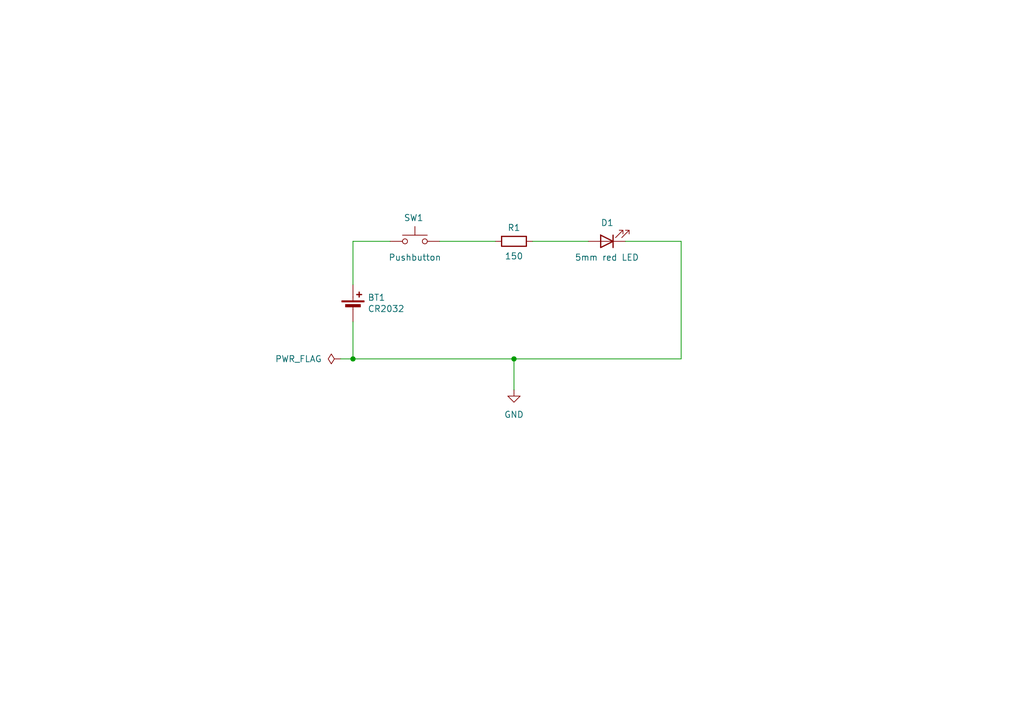
<source format=kicad_sch>
(kicad_sch (version 20231120) (generator "eeschema") (generator_version "8.0")
  (paper "A5")
  (title_block (title "Reaktor51 LED") (date "2024-04-26") (rev "1") (comment 1 "Designer: Inge Aune Paulsen"))
  (lib_symbols
    (symbol "Device:Battery_Cell" (pin_numbers hide) (pin_names (offset 0) hide)
      (property "Reference" "BT" (at 2.54 2.54 0))
      (property "Value" "Battery_Cell" (at 2.54 0 0))
      (symbol "Battery_Cell_0_1"
        (rectangle (start -2.286 1.778) (end 2.286 1.524) (fill (type outline)))
        (rectangle (start -1.524 1.016) (end 1.524 0.508) (fill (type outline)))
        (polyline (pts (xy 0 0.762) (xy 0 0)))
        (polyline (pts (xy 0 1.778) (xy 0 2.54)))
        (polyline (pts (xy 0.762 3.048) (xy 1.778 3.048)) (stroke (width 0.254)))
        (polyline (pts (xy 1.27 3.556) (xy 1.27 2.54)) (stroke (width 0.254)))
      )
      (symbol "Battery_Cell_1_1"
        (pin passive line (at 0 5.08 270) (length 2.54) (name "+") (number "1"))
        (pin passive line (at 0 -2.54 90) (length 2.54) (name "-") (number "2"))
      )
    )
    (symbol "Device:LED" (pin_numbers hide) (pin_names (offset 1.016) hide)
      (property "Reference" "D" (at 0 2.54 0))
      (property "Value" "LED" (at 0 -2.54 0))
      (symbol "LED_0_1"
        (polyline (pts (xy -1.27 -1.27) (xy -1.27 1.27)) (stroke (width 0.254)))
        (polyline (pts (xy -1.27 0) (xy 1.27 0)))
        (polyline (pts (xy 1.27 -1.27) (xy 1.27 1.27) (xy -1.27 0) (xy 1.27 -1.27)) (stroke (width 0.254)))
        (polyline (pts (xy -3.048 -0.762) (xy -4.572 -2.286) (xy -3.81 -2.286) (xy -4.572 -2.286) (xy -4.572 -1.524)))
        (polyline (pts (xy -1.778 -0.762) (xy -3.302 -2.286) (xy -2.54 -2.286) (xy -3.302 -2.286) (xy -3.302 -1.524)))
      )
      (symbol "LED_1_1"
        (pin passive line (at -3.81 0 0) (length 2.54) (name "K") (number "1"))
        (pin passive line (at 3.81 0 180) (length 2.54) (name "A") (number "2"))
      )
    )
    (symbol "Device:R" (pin_numbers hide) (pin_names (offset 0))
      (property "Reference" "R" (at 2.032 0 90))
      (property "Value" "R" (at 0 0 90))
      (symbol "R_0_1"
        (rectangle (start -1.016 -2.54) (end 1.016 2.54) (stroke (width 0.254)))
      )
      (symbol "R_1_1"
        (pin passive line (at 0 3.81 270) (length 1.27) (name "~") (number "1"))
        (pin passive line (at 0 -3.81 90) (length 1.27) (name "~") (number "2"))
      )
    )
    (symbol "Switch:SW_Push" (pin_numbers hide) (pin_names (offset 1.016) hide)
      (property "Reference" "SW" (at 1.27 2.54 0))
      (property "Value" "SW_Push" (at 0 -1.524 0))
      (symbol "SW_Push_0_1"
        (circle (center -2.032 0) (radius 0.508))
        (polyline (pts (xy 0 1.27) (xy 0 3.048)))
        (polyline (pts (xy 2.54 1.27) (xy -2.54 1.27)))
        (circle (center 2.032 0) (radius 0.508))
        (pin passive line (at -5.08 0 0) (length 2.54) (name "1") (number "1"))
        (pin passive line (at 5.08 0 180) (length 2.54) (name "2") (number "2"))
      )
    )
    (symbol "power:GND" (power) (pin_numbers hide) (pin_names (offset 0) hide)
      (property "Value" "GND" (at 0 -3.81 0))
      (symbol "GND_0_1"
        (polyline (pts (xy 0 0) (xy 0 -1.27) (xy 1.27 -1.27) (xy 0 -2.54) (xy -1.27 -1.27) (xy 0 -1.27)))
      )
      (symbol "GND_1_1"
        (pin power_in line (at 0 0 270) (length 0) (name "~") (number "1"))
      )
    )
    (symbol "power:PWR_FLAG" (power) (pin_numbers hide) (pin_names (offset 0) hide)
      (property "Value" "PWR_FLAG" (at 0 3.81 0))
      (symbol "PWR_FLAG_0_0"
        (pin power_out line (at 0 0 90) (length 0) (name "~") (number "1"))
      )
      (symbol "PWR_FLAG_0_1"
        (polyline (pts (xy 0 0) (xy 0 1.27) (xy -1.016 1.905) (xy 0 2.54) (xy 1.016 1.905) (xy 0 1.27)))
      )
    )
  )
  (junction (at 72.39 73.66))
  (junction (at 105.41 73.66))
  (wire (pts (xy 105.41 73.66) (xy 139.7 73.66)))
  (wire (pts (xy 72.39 49.53) (xy 80.01 49.53)))
  (wire (pts (xy 72.39 73.66) (xy 105.41 73.66)))
  (wire (pts (xy 128.27 49.53) (xy 139.7 49.53)))
  (wire (pts (xy 109.22 49.53) (xy 120.65 49.53)))
  (wire (pts (xy 90.17 49.53) (xy 101.6 49.53)))
  (wire (pts (xy 105.41 80.01) (xy 105.41 73.66)))
  (wire (pts (xy 72.39 58.42) (xy 72.39 49.53)))
  (wire (pts (xy 72.39 66.04) (xy 72.39 73.66)))
  (wire (pts (xy 69.85 73.66) (xy 72.39 73.66)))
  (wire (pts (xy 139.7 49.53) (xy 139.7 73.66)))
  (symbol (lib_id "Switch:SW_Push") (at 85.09 49.53 0) (unit 1)
    (property "Reference" "SW1" (at 84.836 44.704 0))
    (property "Value" "Pushbutton" (at 85.09 52.832 0))
    (property "Footprint" "Button_Switch_THT:SW_PUSH_6mm" (effects (hide yes)))
    (property "Description" "Push button switch, generic, two pins" (effects (hide yes)))
  )
  (symbol (lib_id "power:GND") (at 105.41 80.01 0) (unit 1)
    (property "Reference" "#PWR02" (effects (hide yes)))
    (property "Value" "GND" (at 105.41 85.09 0))
    (property "Description" "Power symbol creates a global label with name \"GND\" , ground" (effects (hide yes)))
  )
  (symbol (lib_id "power:PWR_FLAG") (at 69.85 73.66 90) (unit 1)
    (property "Reference" "#FLG01" (effects (hide yes)))
    (property "Value" "PWR_FLAG" (at 66.04 73.6599 90) (effects (justify left)))
    (property "Description" "Special symbol for telling ERC where power comes from" (effects (hide yes)))
  )
  (symbol (lib_id "Device:Battery_Cell") (at 72.39 63.5 0) (unit 1)
    (property "Reference" "BT1" (at 75.3872 61.0616 0) (effects (justify left)))
    (property "Value" "CR2032" (at 75.3872 63.373 0) (effects (justify left)))
    (property "Footprint" "Battery:BatteryHolder_Keystone_103_1x20mm" (effects (hide yes)))
    (property "Description" "Single-cell battery" (effects (hide yes)))
    (property "Digikey" "36-103-ND" (effects (hide yes)))
    (property "MnfPnr" "103" (effects (hide yes)))
    (property "Mnfr" "Keystone" (effects (hide yes)))
  )
  (symbol (lib_id "Device:LED") (at 124.46 49.53 180) (unit 1)
    (property "Reference" "D1" (at 123.19 45.72 0) (effects (justify right)))
    (property "Value" "5mm red LED" (at 117.856 52.832 0) (effects (justify right)))
    (property "Footprint" "LED_THT:LED_D5.0mm" (effects (hide yes)))
    (property "Description" "Light emitting diode" (effects (hide yes)))
    (property "Digikey" "754-1277-ND" (effects (hide yes)))
    (property "MnfPnr" "WP7113SRD/F" (effects (hide yes)))
    (property "Mnfr" "Kingbright" (effects (hide yes)))
  )
  (symbol (lib_id "Device:R") (at 105.41 49.53 270) (unit 1)
    (property "Reference" "R1" (at 105.41 46.736 90))
    (property "Value" "150" (at 105.41 52.578 90))
    (property "Footprint" "Resistor_THT:R_Axial_DIN0207_L6.3mm_D2.5mm_P10.16mm_Horizontal" (effects (hide yes)))
    (property "Description" "Resistor" (effects (hide yes)))
    (property "Digikey" "CF14JT150RCT-ND" (effects (hide yes)))
    (property "MnfPnr" "CF14JT150R" (effects (hide yes)))
    (property "Mnfr" "Stackpole Electronics Inc" (effects (hide yes)))
  )
)
</source>
